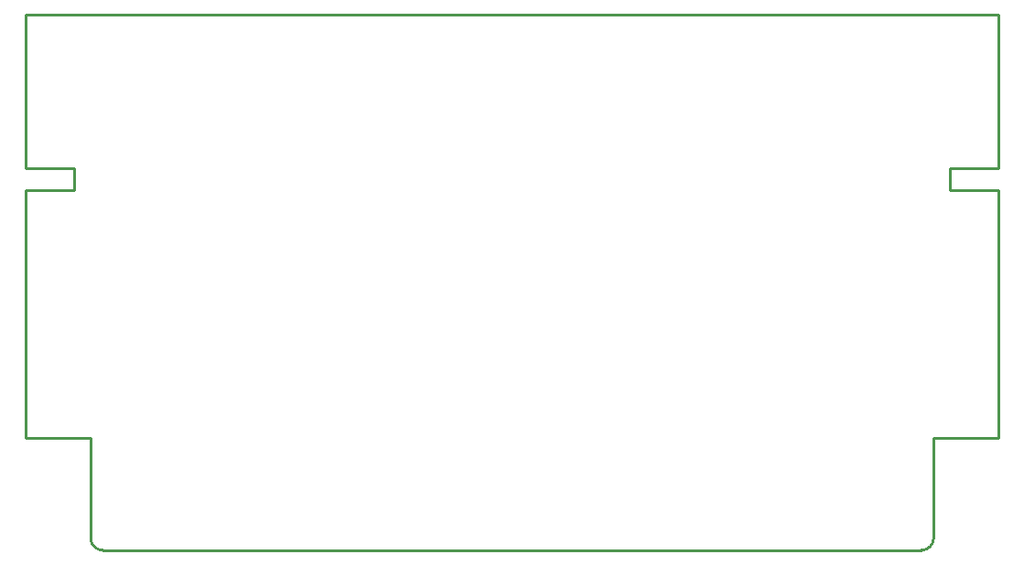
<source format=gm1>
G04 #@! TF.FileFunction,Profile,NP*
%FSLAX46Y46*%
G04 Gerber Fmt 4.6, Leading zero omitted, Abs format (unit mm)*
G04 Created by KiCad (PCBNEW 4.0.7) date 05/30/18 10:11:06*
%MOMM*%
%LPD*%
G01*
G04 APERTURE LIST*
%ADD10C,0.150000*%
%ADD11C,0.254000*%
G04 APERTURE END LIST*
D10*
D11*
X91491100Y-86911100D02*
X91491100Y-84911100D01*
X86991100Y-86911100D02*
X91491100Y-86911100D01*
X94109131Y-120276100D02*
X169873069Y-120276100D01*
X170991098Y-119158069D02*
G75*
G02X169873069Y-120276100I-1118030J-1D01*
G01*
X170991100Y-119158069D02*
X170991100Y-109911100D01*
X92991100Y-119158071D02*
G75*
G03X94109131Y-120276100I1118030J1D01*
G01*
X92991100Y-119158069D02*
X92991100Y-109911100D01*
X170991100Y-109911100D02*
X176991100Y-109911100D01*
X176991100Y-109911100D02*
X176991100Y-86911100D01*
X176991100Y-86911100D02*
X172491100Y-86911100D01*
X172491100Y-86911100D02*
X172491100Y-84911100D01*
X172491100Y-84911100D02*
X176991100Y-84911100D01*
X176991100Y-84911100D02*
X176991100Y-70681100D01*
X92991100Y-109911100D02*
X86991100Y-109911100D01*
X86991100Y-109911100D02*
X86991100Y-86911100D01*
X91491100Y-84911100D02*
X86991100Y-84911100D01*
X86991100Y-84911100D02*
X86991100Y-70681100D01*
X86991100Y-70681100D02*
X176991100Y-70681100D01*
M02*

</source>
